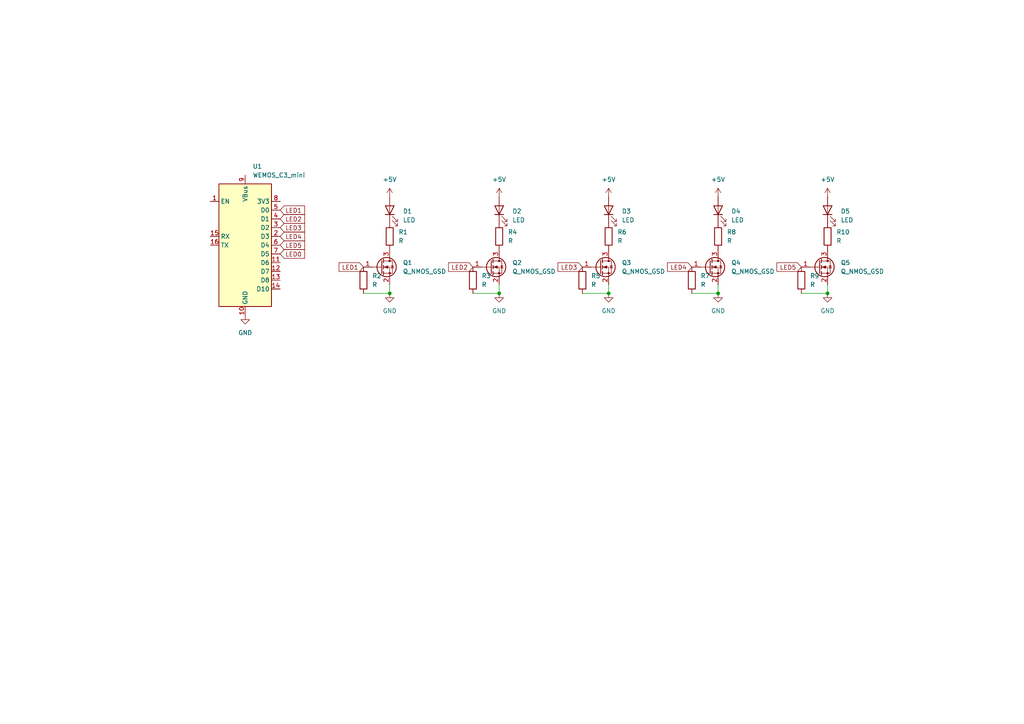
<source format=kicad_sch>
(kicad_sch (version 20250114) (generator "eeschema") (generator_version "9.0")
  (paper "A4")
  (lib_symbols
    (symbol "Device:LED" (pin_numbers (hide yes)) (pin_names (offset 1.016) (hide yes))
      (property "Reference" "D" (at 0 2.54 0))
      (property "Value" "LED" (at 0 -2.54 0))
      (symbol "LED_0_1"
        (polyline (pts (xy -3.048 -0.762) (xy -4.572 -2.286) (xy -3.81 -2.286) (xy -4.572 -2.286) (xy -4.572 -1.524)))
        (polyline (pts (xy -1.778 -0.762) (xy -3.302 -2.286) (xy -2.54 -2.286) (xy -3.302 -2.286) (xy -3.302 -1.524)))
        (polyline (pts (xy -1.27 0) (xy 1.27 0)))
        (polyline (pts (xy -1.27 -1.27) (xy -1.27 1.27)) (stroke (width 0.254)))
        (polyline (pts (xy 1.27 -1.27) (xy 1.27 1.27) (xy -1.27 0) (xy 1.27 -1.27)) (stroke (width 0.254)))
      )
      (symbol "LED_1_1"
        (pin passive line (at -3.81 0 0) (length 2.54) (name "K") (number "1"))
        (pin passive line (at 3.81 0 180) (length 2.54) (name "A") (number "2"))
      )
    )
    (symbol "Device:R" (pin_numbers (hide yes)) (pin_names (offset 0))
      (property "Reference" "R" (at 2.032 0 90))
      (property "Value" "R" (at 0 0 90))
      (symbol "R_0_1"
        (rectangle (start -1.016 -2.54) (end 1.016 2.54) (stroke (width 0.254)))
      )
      (symbol "R_1_1"
        (pin passive line (at 0 3.81 270) (length 1.27) (name "~") (number "1"))
        (pin passive line (at 0 -3.81 90) (length 1.27) (name "~") (number "2"))
      )
    )
    (symbol "RF_Module:WEMOS_C3_mini"
      (property "Reference" "U" (at 3.81 19.05 0))
      (property "Value" "WEMOS_C3_mini" (at 1.27 -19.05 0))
      (symbol "WEMOS_C3_mini_1_1"
        (rectangle (start -7.62 17.78) (end 7.62 -17.78) (stroke (width 0.254)) (fill (type background)))
        (pin input line (at -10.16 12.7 0) (length 2.54) (name "EN") (number "1"))
        (pin input line (at -10.16 2.54 0) (length 2.54) (name "RX") (number "15"))
        (pin output line (at -10.16 0 0) (length 2.54) (name "TX") (number "16"))
        (pin power_in line (at 0 20.32 270) (length 2.54) (name "VBus") (number "9"))
        (pin power_in line (at 0 -20.32 90) (length 2.54) (name "GND") (number "10"))
        (pin power_out line (at 10.16 12.7 180) (length 2.54) (name "3V3") (number "8"))
        (pin bidirectional line (at 10.16 10.16 180) (length 2.54) (name "D0") (number "5"))
        (pin bidirectional line (at 10.16 7.62 180) (length 2.54) (name "D1") (number "4"))
        (pin bidirectional line (at 10.16 5.08 180) (length 2.54) (name "D2") (number "3"))
        (pin bidirectional line (at 10.16 2.54 180) (length 2.54) (name "D3") (number "2"))
        (pin bidirectional line (at 10.16 0 180) (length 2.54) (name "D4") (number "6"))
        (pin bidirectional line (at 10.16 -2.54 180) (length 2.54) (name "D5") (number "7"))
        (pin bidirectional line (at 10.16 -5.08 180) (length 2.54) (name "D6") (number "11"))
        (pin bidirectional line (at 10.16 -7.62 180) (length 2.54) (name "D7") (number "12"))
        (pin bidirectional line (at 10.16 -10.16 180) (length 2.54) (name "D8") (number "13"))
        (pin bidirectional line (at 10.16 -12.7 180) (length 2.54) (name "D10") (number "14"))
      )
    )
    (symbol "Transistor_FET:Q_NMOS_GSD" (pin_names (offset 0) (hide yes))
      (property "Reference" "Q" (at 5.08 1.905 0))
      (property "Value" "Q_NMOS_GSD" (at 5.08 0 0))
      (symbol "Q_NMOS_GSD_0_1"
        (polyline (pts (xy 0.254 1.905) (xy 0.254 -1.905)) (stroke (width 0.254)))
        (polyline (pts (xy 0.254 0) (xy -2.54 0)))
        (polyline (pts (xy 0.762 2.286) (xy 0.762 1.27)) (stroke (width 0.254)))
        (polyline (pts (xy 0.762 0.508) (xy 0.762 -0.508)) (stroke (width 0.254)))
        (polyline (pts (xy 0.762 -1.27) (xy 0.762 -2.286)) (stroke (width 0.254)))
        (polyline (pts (xy 0.762 -1.778) (xy 3.302 -1.778) (xy 3.302 1.778) (xy 0.762 1.778)))
        (polyline (pts (xy 1.016 0) (xy 2.032 0.381) (xy 2.032 -0.381) (xy 1.016 0)) (fill (type outline)))
        (circle (center 1.651 0) (radius 2.794) (stroke (width 0.254)))
        (polyline (pts (xy 2.54 2.54) (xy 2.54 1.778)))
        (circle (center 2.54 1.778) (radius 0.254) (fill (type outline)))
        (circle (center 2.54 -1.778) (radius 0.254) (fill (type outline)))
        (polyline (pts (xy 2.54 -2.54) (xy 2.54 0) (xy 0.762 0)))
        (polyline (pts (xy 2.921 0.381) (xy 3.683 0.381)))
        (polyline (pts (xy 3.302 0.381) (xy 2.921 -0.254) (xy 3.683 -0.254) (xy 3.302 0.381)))
      )
      (symbol "Q_NMOS_GSD_1_1"
        (pin input line (at -5.08 0 0) (length 2.54) (name "G") (number "1"))
        (pin passive line (at 2.54 5.08 270) (length 2.54) (name "D") (number "3"))
        (pin passive line (at 2.54 -5.08 90) (length 2.54) (name "S") (number "2"))
      )
    )
    (symbol "power:+5V" (power) (pin_numbers (hide yes)) (pin_names (offset 0) (hide yes))
      (property "Value" "+5V" (at 0 3.556 0))
      (symbol "+5V_0_1"
        (polyline (pts (xy -0.762 1.27) (xy 0 2.54)))
        (polyline (pts (xy 0 2.54) (xy 0.762 1.27)))
        (polyline (pts (xy 0 0) (xy 0 2.54)))
      )
      (symbol "+5V_1_1"
        (pin power_in line (at 0 0 90) (length 0) (name "~") (number "1"))
      )
    )
    (symbol "power:GND" (power) (pin_numbers (hide yes)) (pin_names (offset 0) (hide yes))
      (property "Value" "GND" (at 0 -3.81 0))
      (symbol "GND_0_1"
        (polyline (pts (xy 0 0) (xy 0 -1.27) (xy 1.27 -1.27) (xy 0 -2.54) (xy -1.27 -1.27) (xy 0 -1.27)))
      )
      (symbol "GND_1_1"
        (pin power_in line (at 0 0 270) (length 0) (name "~") (number "1"))
      )
    )
  )
  (junction (at 144.78 85.09))
  (junction (at 176.53 85.09))
  (junction (at 208.28 85.09))
  (junction (at 113.03 85.09))
  (junction (at 240.03 85.09))
  (wire (pts (xy 137.16 85.09) (xy 144.78 85.09)))
  (wire (pts (xy 200.66 85.09) (xy 208.28 85.09)))
  (wire (pts (xy 240.03 82.55) (xy 240.03 85.09)))
  (wire (pts (xy 208.28 82.55) (xy 208.28 85.09)))
  (wire (pts (xy 144.78 82.55) (xy 144.78 85.09)))
  (wire (pts (xy 168.91 85.09) (xy 176.53 85.09)))
  (wire (pts (xy 232.41 85.09) (xy 240.03 85.09)))
  (wire (pts (xy 105.41 85.09) (xy 113.03 85.09)))
  (wire (pts (xy 113.03 82.55) (xy 113.03 85.09)))
  (wire (pts (xy 176.53 82.55) (xy 176.53 85.09)))
  (global_label "LED5" (shape input) (at 81.28 71.12 0) (property "Intersheetrefs" "${INTERSHEET_REFS}" (effects (hide yes))))
  (global_label "LED0" (shape input) (at 81.28 73.66 0) (property "Intersheetrefs" "${INTERSHEET_REFS}" (effects (hide yes))))
  (global_label "LED3" (shape input) (at 168.91 77.47 180) (property "Intersheetrefs" "${INTERSHEET_REFS}" (effects (hide yes))))
  (global_label "LED1" (shape input) (at 105.41 77.47 180) (property "Intersheetrefs" "${INTERSHEET_REFS}" (effects (hide yes))))
  (global_label "LED2" (shape input) (at 81.28 63.5 0) (property "Intersheetrefs" "${INTERSHEET_REFS}" (effects (hide yes))))
  (global_label "LED2" (shape input) (at 137.16 77.47 180) (property "Intersheetrefs" "${INTERSHEET_REFS}" (effects (hide yes))))
  (global_label "LED1" (shape input) (at 81.28 60.96 0) (property "Intersheetrefs" "${INTERSHEET_REFS}" (effects (hide yes))))
  (global_label "LED4" (shape input) (at 81.28 68.58 0) (property "Intersheetrefs" "${INTERSHEET_REFS}" (effects (hide yes))))
  (global_label "LED4" (shape input) (at 200.66 77.47 180) (property "Intersheetrefs" "${INTERSHEET_REFS}" (effects (hide yes))))
  (global_label "LED5" (shape input) (at 232.41 77.47 180) (property "Intersheetrefs" "${INTERSHEET_REFS}" (effects (hide yes))))
  (global_label "LED3" (shape input) (at 81.28 66.04 0) (property "Intersheetrefs" "${INTERSHEET_REFS}" (effects (hide yes))))
  (symbol (lib_id "Transistor_FET:Q_NMOS_GSD") (at 110.49 77.47 0) (unit 1)
    (property "Reference" "Q1" (at 116.84 76.1999 0) (effects (justify left)))
    (property "Value" "Q_NMOS_GSD" (at 116.84 78.7399 0) (effects (justify left)))
    (property "Footprint" "Package_TO_SOT_SMD:SOT-23" (effects (hide yes)))
    (property "Description" "N-MOSFET transistor, gate/source/drain" (effects (hide yes)))
  )
  (symbol (lib_id "Device:LED") (at 144.78 60.96 90) (unit 1)
    (property "Reference" "D2" (at 148.59 61.2774 90) (effects (justify right)))
    (property "Value" "LED" (at 148.59 63.8174 90) (effects (justify right)))
    (property "Description" "Light emitting diode" (effects (hide yes)))
    (property "Sim.Pins" "1=K 2=A" (effects (hide yes)))
  )
  (symbol (lib_id "power:GND") (at 240.03 85.09 0) (unit 1)
    (property "Reference" "#PWR010" (effects (hide yes)))
    (property "Value" "GND" (at 240.03 90.17 0))
    (property "Description" "Power symbol creates a global label with name \"GND\" , ground" (effects (hide yes)))
  )
  (symbol (lib_id "Transistor_FET:Q_NMOS_GSD") (at 237.49 77.47 0) (unit 1)
    (property "Reference" "Q5" (at 243.84 76.1999 0) (effects (justify left)))
    (property "Value" "Q_NMOS_GSD" (at 243.84 78.7399 0) (effects (justify left)))
    (property "Footprint" "Package_TO_SOT_SMD:SOT-23" (effects (hide yes)))
    (property "Description" "N-MOSFET transistor, gate/source/drain" (effects (hide yes)))
  )
  (symbol (lib_id "power:+5V") (at 113.03 57.15 0) (unit 1)
    (property "Reference" "#PWR02" (effects (hide yes)))
    (property "Value" "+5V" (at 113.03 52.07 0))
    (property "Description" "Power symbol creates a global label with name \"+5V\"" (effects (hide yes)))
  )
  (symbol (lib_id "RF_Module:WEMOS_C3_mini") (at 71.12 71.12 0) (unit 1)
    (property "Reference" "U1" (at 73.2633 48.26 0) (effects (justify left)))
    (property "Value" "WEMOS_C3_mini" (at 73.2633 50.8 0) (effects (justify left)))
    (property "Footprint" "RF_Module:WEMOS_C3_mini" (effects (hide yes)))
    (property "Datasheet" "https://www.wemos.cc/en/latest/c3/c3_mini.html" (effects (hide yes)))
    (property "Description" "32-bit microcontroller module with WiFi" (effects (hide yes)))
  )
  (symbol (lib_id "Device:R") (at 176.53 68.58 0) (unit 1)
    (property "Reference" "R6" (at 179.07 67.3099 0) (effects (justify left)))
    (property "Value" "R" (at 179.07 69.8499 0) (effects (justify left)))
    (property "Description" "Resistor" (effects (hide yes)))
  )
  (symbol (lib_id "Transistor_FET:Q_NMOS_GSD") (at 205.74 77.47 0) (unit 1)
    (property "Reference" "Q4" (at 212.09 76.1999 0) (effects (justify left)))
    (property "Value" "Q_NMOS_GSD" (at 212.09 78.7399 0) (effects (justify left)))
    (property "Footprint" "Package_TO_SOT_SMD:SOT-23" (effects (hide yes)))
    (property "Description" "N-MOSFET transistor, gate/source/drain" (effects (hide yes)))
  )
  (symbol (lib_id "Device:R") (at 208.28 68.58 0) (unit 1)
    (property "Reference" "R8" (at 210.82 67.3099 0) (effects (justify left)))
    (property "Value" "R" (at 210.82 69.8499 0) (effects (justify left)))
    (property "Description" "Resistor" (effects (hide yes)))
  )
  (symbol (lib_id "Device:R") (at 105.41 81.28 0) (unit 1)
    (property "Reference" "R2" (at 107.95 80.0099 0) (effects (justify left)))
    (property "Value" "R" (at 107.95 82.5499 0) (effects (justify left)))
    (property "Description" "Resistor" (effects (hide yes)))
  )
  (symbol (lib_id "power:+5V") (at 176.53 57.15 0) (unit 1)
    (property "Reference" "#PWR05" (effects (hide yes)))
    (property "Value" "+5V" (at 176.53 52.07 0))
    (property "Description" "Power symbol creates a global label with name \"+5V\"" (effects (hide yes)))
  )
  (symbol (lib_id "Device:R") (at 113.03 68.58 0) (unit 1)
    (property "Reference" "R1" (at 115.57 67.3099 0) (effects (justify left)))
    (property "Value" "R" (at 115.57 69.8499 0) (effects (justify left)))
    (property "Description" "Resistor" (effects (hide yes)))
  )
  (symbol (lib_id "Transistor_FET:Q_NMOS_GSD") (at 173.99 77.47 0) (unit 1)
    (property "Reference" "Q3" (at 180.34 76.1999 0) (effects (justify left)))
    (property "Value" "Q_NMOS_GSD" (at 180.34 78.7399 0) (effects (justify left)))
    (property "Footprint" "Package_TO_SOT_SMD:SOT-23" (effects (hide yes)))
    (property "Description" "N-MOSFET transistor, gate/source/drain" (effects (hide yes)))
  )
  (symbol (lib_id "power:+5V") (at 208.28 57.15 0) (unit 1)
    (property "Reference" "#PWR07" (effects (hide yes)))
    (property "Value" "+5V" (at 208.28 52.07 0))
    (property "Description" "Power symbol creates a global label with name \"+5V\"" (effects (hide yes)))
  )
  (symbol (lib_id "power:+5V") (at 240.03 57.15 0) (unit 1)
    (property "Reference" "#PWR09" (effects (hide yes)))
    (property "Value" "+5V" (at 240.03 52.07 0))
    (property "Description" "Power symbol creates a global label with name \"+5V\"" (effects (hide yes)))
  )
  (symbol (lib_id "power:GND") (at 208.28 85.09 0) (unit 1)
    (property "Reference" "#PWR08" (effects (hide yes)))
    (property "Value" "GND" (at 208.28 90.17 0))
    (property "Description" "Power symbol creates a global label with name \"GND\" , ground" (effects (hide yes)))
  )
  (symbol (lib_id "power:GND") (at 71.12 91.44 0) (unit 1)
    (property "Reference" "#PWR011" (effects (hide yes)))
    (property "Value" "GND" (at 71.12 96.52 0))
    (property "Description" "Power symbol creates a global label with name \"GND\" , ground" (effects (hide yes)))
  )
  (symbol (lib_id "Device:R") (at 240.03 68.58 0) (unit 1)
    (property "Reference" "R10" (at 242.57 67.3099 0) (effects (justify left)))
    (property "Value" "R" (at 242.57 69.8499 0) (effects (justify left)))
    (property "Description" "Resistor" (effects (hide yes)))
  )
  (symbol (lib_id "Device:R") (at 200.66 81.28 0) (unit 1)
    (property "Reference" "R7" (at 203.2 80.0099 0) (effects (justify left)))
    (property "Value" "R" (at 203.2 82.5499 0) (effects (justify left)))
    (property "Description" "Resistor" (effects (hide yes)))
  )
  (symbol (lib_id "Device:R") (at 232.41 81.28 0) (unit 1)
    (property "Reference" "R9" (at 234.95 80.0099 0) (effects (justify left)))
    (property "Value" "R" (at 234.95 82.5499 0) (effects (justify left)))
    (property "Description" "Resistor" (effects (hide yes)))
  )
  (symbol (lib_id "power:GND") (at 113.03 85.09 0) (unit 1)
    (property "Reference" "#PWR01" (effects (hide yes)))
    (property "Value" "GND" (at 113.03 90.17 0))
    (property "Description" "Power symbol creates a global label with name \"GND\" , ground" (effects (hide yes)))
  )
  (symbol (lib_id "Transistor_FET:Q_NMOS_GSD") (at 142.24 77.47 0) (unit 1)
    (property "Reference" "Q2" (at 148.59 76.1999 0) (effects (justify left)))
    (property "Value" "Q_NMOS_GSD" (at 148.59 78.7399 0) (effects (justify left)))
    (property "Footprint" "Package_TO_SOT_SMD:SOT-23" (effects (hide yes)))
    (property "Description" "N-MOSFET transistor, gate/source/drain" (effects (hide yes)))
  )
  (symbol (lib_id "power:+5V") (at 144.78 57.15 0) (unit 1)
    (property "Reference" "#PWR03" (effects (hide yes)))
    (property "Value" "+5V" (at 144.78 52.07 0))
    (property "Description" "Power symbol creates a global label with name \"+5V\"" (effects (hide yes)))
  )
  (symbol (lib_id "Device:R") (at 168.91 81.28 0) (unit 1)
    (property "Reference" "R5" (at 171.45 80.0099 0) (effects (justify left)))
    (property "Value" "R" (at 171.45 82.5499 0) (effects (justify left)))
    (property "Description" "Resistor" (effects (hide yes)))
  )
  (symbol (lib_id "Device:R") (at 144.78 68.58 0) (unit 1)
    (property "Reference" "R4" (at 147.32 67.3099 0) (effects (justify left)))
    (property "Value" "R" (at 147.32 69.8499 0) (effects (justify left)))
    (property "Description" "Resistor" (effects (hide yes)))
  )
  (symbol (lib_id "Device:LED") (at 208.28 60.96 90) (unit 1)
    (property "Reference" "D4" (at 212.09 61.2774 90) (effects (justify right)))
    (property "Value" "LED" (at 212.09 63.8174 90) (effects (justify right)))
    (property "Description" "Light emitting diode" (effects (hide yes)))
    (property "Sim.Pins" "1=K 2=A" (effects (hide yes)))
  )
  (symbol (lib_id "power:GND") (at 144.78 85.09 0) (unit 1)
    (property "Reference" "#PWR04" (effects (hide yes)))
    (property "Value" "GND" (at 144.78 90.17 0))
    (property "Description" "Power symbol creates a global label with name \"GND\" , ground" (effects (hide yes)))
  )
  (symbol (lib_id "Device:R") (at 137.16 81.28 0) (unit 1)
    (property "Reference" "R3" (at 139.7 80.0099 0) (effects (justify left)))
    (property "Value" "R" (at 139.7 82.5499 0) (effects (justify left)))
    (property "Description" "Resistor" (effects (hide yes)))
  )
  (symbol (lib_id "Device:LED") (at 176.53 60.96 90) (unit 1)
    (property "Reference" "D3" (at 180.34 61.2774 90) (effects (justify right)))
    (property "Value" "LED" (at 180.34 63.8174 90) (effects (justify right)))
    (property "Description" "Light emitting diode" (effects (hide yes)))
    (property "Sim.Pins" "1=K 2=A" (effects (hide yes)))
  )
  (symbol (lib_id "power:GND") (at 176.53 85.09 0) (unit 1)
    (property "Reference" "#PWR06" (effects (hide yes)))
    (property "Value" "GND" (at 176.53 90.17 0))
    (property "Description" "Power symbol creates a global label with name \"GND\" , ground" (effects (hide yes)))
  )
  (symbol (lib_id "Device:LED") (at 113.03 60.96 90) (unit 1)
    (property "Reference" "D1" (at 116.84 61.2774 90) (effects (justify right)))
    (property "Value" "LED" (at 116.84 63.8174 90) (effects (justify right)))
    (property "Description" "Light emitting diode" (effects (hide yes)))
    (property "Sim.Pins" "1=K 2=A" (effects (hide yes)))
  )
  (symbol (lib_id "Device:LED") (at 240.03 60.96 90) (unit 1)
    (property "Reference" "D5" (at 243.84 61.2774 90) (effects (justify right)))
    (property "Value" "LED" (at 243.84 63.8174 90) (effects (justify right)))
    (property "Description" "Light emitting diode" (effects (hide yes)))
    (property "Sim.Pins" "1=K 2=A" (effects (hide yes)))
  )
)
</source>
